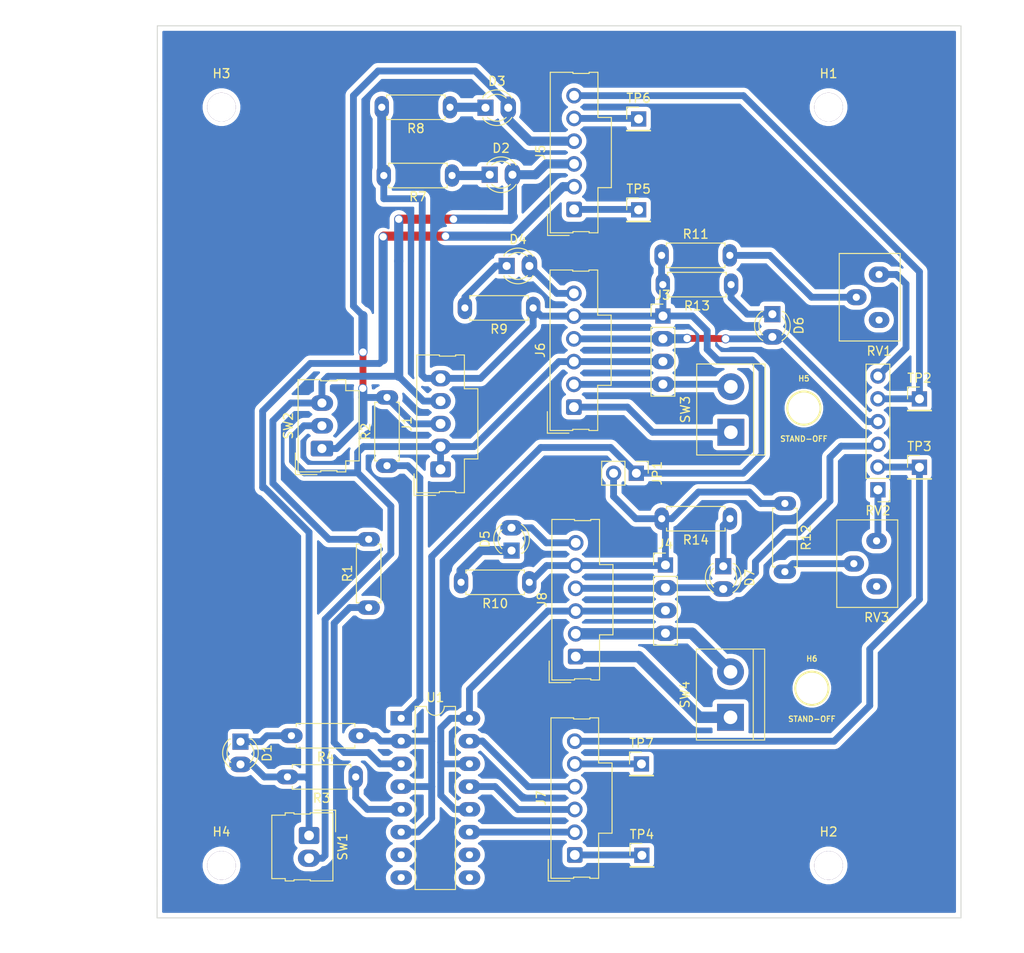
<source format=kicad_pcb>
(kicad_pcb (version 20171130) (host pcbnew 5.1.7-a382d34a8~88~ubuntu18.04.1)
  (layers (0 F.Cu signal) (31 B.Cu signal) (35 F.Paste user) (37 F.SilkS user) (38 B.Mask user) (39 F.Mask user) (44 Edge.Cuts user))
  (net 0 "")
  (net 1 "Net-(D1-Pad1)")
  (net 2 "Net-(D2-Pad1)")
  (net 3 "Net-(D3-Pad1)")
  (net 4 "Net-(D4-Pad1)")
  (net 5 /Meter-A)
  (net 6 /Meter-B)
  (net 7 "Net-(D5-Pad1)")
  (net 8 +5VA)
  (net 9 "Net-(D6-Pad1)")
  (net 10 +5VB)
  (net 11 "Net-(D7-Pad1)")
  (net 12 +12VA)
  (net 13 GNDA)
  (net 14 +48VA)
  (net 15 +48VB)
  (net 16 +12VB)
  (net 17 GNDB)
  (net 18 /Throttle-A)
  (net 19 /Brake_AN-A)
  (net 20 /FWD-A)
  (net 21 /REV-A)
  (net 22 /Brake-A)
  (net 23 /Foot_SW-A)
  (net 24 /PWR-A)
  (net 25 /Foot_SW-B)
  (net 26 /Brake-B)
  (net 27 /REV-B)
  (net 28 /FWD-B)
  (net 29 /Brake_AN-B)
  (net 30 /Throttle-B)
  (net 31 /PWR-B)
  (net 32 "Net-(R1-Pad1)")
  (net 33 "Net-(R2-Pad1)")
  (net 34 "Net-(R3-Pad1)")
  (net 35 "Net-(R11-Pad2)")
  (net 36 "Net-(R12-Pad2)")
  (net 37 "Net-(RV1-Pad1)")
  (net 38 "Net-(RV2-Pad1)")
  (module Package_DIP:DIP-16_W7.62mm_LongPads (layer F.Cu) (at 179.578 134.2771)
    (fp_text reference U1 (at 3.81 -2.33) (layer F.SilkS))
    (fp_text value LTV-247)
    (pad 16 thru_hole oval (at 7.62 0) (size 2.4 1.6) (drill 0.8) (layers *.Cu *.Mask) (net 16 +12VB))
    (pad 8 thru_hole oval (at 0 17.78) (size 2.4 1.6) (drill 0.8) (layers *.Cu *.Mask))
    (pad 15 thru_hole oval (at 7.62 2.54) (size 2.4 1.6) (drill 0.8) (layers *.Cu *.Mask) (net 28 /FWD-B))
    (pad 7 thru_hole oval (at 0 15.24) (size 2.4 1.6) (drill 0.8) (layers *.Cu *.Mask))
    (pad 14 thru_hole oval (at 7.62 5.08) (size 2.4 1.6) (drill 0.8) (layers *.Cu *.Mask) (net 16 +12VB))
    (pad 6 thru_hole oval (at 0 12.7) (size 2.4 1.6) (drill 0.8) (layers *.Cu *.Mask) (net 13 GNDA))
    (pad 13 thru_hole oval (at 7.62 7.62) (size 2.4 1.6) (drill 0.8) (layers *.Cu *.Mask) (net 27 /REV-B))
    (pad 5 thru_hole oval (at 0 10.16) (size 2.4 1.6) (drill 0.8) (layers *.Cu *.Mask) (net 34 "Net-(R3-Pad1)"))
    (pad 12 thru_hole oval (at 7.62 10.16) (size 2.4 1.6) (drill 0.8) (layers *.Cu *.Mask) (net 16 +12VB))
    (pad 4 thru_hole oval (at 0 7.62) (size 2.4 1.6) (drill 0.8) (layers *.Cu *.Mask) (net 13 GNDA))
    (pad 11 thru_hole oval (at 7.62 12.7) (size 2.4 1.6) (drill 0.8) (layers *.Cu *.Mask) (net 26 /Brake-B))
    (pad 3 thru_hole oval (at 0 5.08) (size 2.4 1.6) (drill 0.8) (layers *.Cu *.Mask) (net 32 "Net-(R1-Pad1)"))
    (pad 10 thru_hole oval (at 7.62 15.24) (size 2.4 1.6) (drill 0.8) (layers *.Cu *.Mask))
    (pad 2 thru_hole oval (at 0 2.54) (size 2.4 1.6) (drill 0.8) (layers *.Cu *.Mask) (net 13 GNDA))
    (pad 9 thru_hole oval (at 7.62 17.78) (size 2.4 1.6) (drill 0.8) (layers *.Cu *.Mask))
    (pad 1 thru_hole rect (at 0 0) (size 2.4 1.6) (drill 0.8) (layers *.Cu *.Mask) (net 33 "Net-(R2-Pad1)"))
  )
  (module Connector_PinHeader_2.54mm:PinHeader_1x06_P2.54mm_Vertical (layer F.Cu) (at 232.8037 108.7628 180)
    (fp_text reference RV2 (at 0 -2.33) (layer F.SilkS))
    (fp_text value "throttle(10k)")
    (pad 6 thru_hole oval (at 0 12.7 180) (size 1.7 1.7) (drill 1) (layers *.Cu *.Mask) (net 37 "Net-(RV1-Pad1)"))
    (pad 5 thru_hole oval (at 0 10.16 180) (size 1.7 1.7) (drill 1) (layers *.Cu *.Mask) (net 18 /Throttle-A))
    (pad 4 thru_hole oval (at 0 7.62 180) (size 1.7 1.7) (drill 1) (layers *.Cu *.Mask) (net 8 +5VA))
    (pad 3 thru_hole oval (at 0 5.08 180) (size 1.7 1.7) (drill 1) (layers *.Cu *.Mask) (net 10 +5VB))
    (pad 2 thru_hole oval (at 0 2.54 180) (size 1.7 1.7) (drill 1) (layers *.Cu *.Mask) (net 30 /Throttle-B))
    (pad 1 thru_hole rect (at 0 0 180) (size 1.7 1.7) (drill 1) (layers *.Cu *.Mask) (net 38 "Net-(RV2-Pad1)"))
  )
  (module myfootprints:R_Axial_DIN0207_L6.3mm_D2.5mm_P7.62mm_Horizontal_wide_pads (layer F.Cu) (at 175.9458 121.9073 90)
    (fp_text reference R1 (at 3.81 -2.37 90) (layer F.SilkS))
    (fp_text value 1k)
    (pad 1 thru_hole oval (at 0 0 90) (size 1.6 2.4892) (drill 0.8) (layers *.Cu *.Mask) (net 32 "Net-(R1-Pad1)"))
    (pad 2 thru_hole oval (at 7.62 0 90) (size 1.6 2.4892) (drill 0.8) (layers *.Cu *.Mask) (net 21 /REV-A))
  )
  (module Connector_PinHeader_2.54mm:PinHeader_1x02_P2.54mm_Vertical (layer F.Cu) (at 205.8289 106.9086 270)
    (fp_text reference JP1 (at 0 -2.33 90) (layer F.SilkS))
    (fp_text value Jumper_2_Open)
    (pad 2 thru_hole oval (at 0 2.54 270) (size 1.7 1.7) (drill 1) (layers *.Cu *.Mask) (net 17 GNDB))
    (pad 1 thru_hole rect (at 0 0 270) (size 1.7 1.7) (drill 1) (layers *.Cu *.Mask) (net 13 GNDA))
  )
  (module Connector_Molex:Molex_SL_171971-0006_1x06_P2.54mm_Vertical (layer F.Cu) (at 199.0598 127.381 90)
    (fp_text reference J8 (at 6.35 -3.75 90) (layer F.SilkS))
    (fp_text value Conn_01x06_Female)
    (pad 6 thru_hole circle (at 12.7 0 90) (size 1.74 1.74) (drill 1.09) (layers *.Cu *.Mask) (net 6 /Meter-B))
    (pad 5 thru_hole circle (at 10.16 0 90) (size 1.74 1.74) (drill 1.09) (layers *.Cu *.Mask) (net 17 GNDB))
    (pad 4 thru_hole circle (at 7.62 0 90) (size 1.74 1.74) (drill 1.09) (layers *.Cu *.Mask) (net 10 +5VB))
    (pad 3 thru_hole circle (at 5.08 0 90) (size 1.74 1.74) (drill 1.09) (layers *.Cu *.Mask) (net 16 +12VB))
    (pad 2 thru_hole circle (at 2.54 0 90) (size 1.74 1.74) (drill 1.09) (layers *.Cu *.Mask) (net 15 +48VB))
    (pad 1 thru_hole roundrect (at 0 0 90) (size 1.74 1.74) (drill 1.09) (layers *.Cu *.Mask) (roundrect_rratio 0.143678) (net 31 /PWR-B))
  )
  (module Connector_Molex:Molex_SL_171971-0006_1x06_P2.54mm_Vertical (layer F.Cu) (at 198.9582 149.5298 90)
    (fp_text reference J7 (at 6.35 -3.75 90) (layer F.SilkS))
    (fp_text value Conn_01x06_Female)
    (pad 6 thru_hole circle (at 12.7 0 90) (size 1.74 1.74) (drill 1.09) (layers *.Cu *.Mask) (net 30 /Throttle-B))
    (pad 5 thru_hole circle (at 10.16 0 90) (size 1.74 1.74) (drill 1.09) (layers *.Cu *.Mask) (net 29 /Brake_AN-B))
    (pad 4 thru_hole circle (at 7.62 0 90) (size 1.74 1.74) (drill 1.09) (layers *.Cu *.Mask) (net 28 /FWD-B))
    (pad 3 thru_hole circle (at 5.08 0 90) (size 1.74 1.74) (drill 1.09) (layers *.Cu *.Mask) (net 27 /REV-B))
    (pad 2 thru_hole circle (at 2.54 0 90) (size 1.74 1.74) (drill 1.09) (layers *.Cu *.Mask) (net 26 /Brake-B))
    (pad 1 thru_hole roundrect (at 0 0 90) (size 1.74 1.74) (drill 1.09) (layers *.Cu *.Mask) (roundrect_rratio 0.143678) (net 25 /Foot_SW-B))
  )
  (module Connector_Molex:Molex_SL_171971-0006_1x06_P2.54mm_Vertical (layer F.Cu) (at 198.8566 99.5299 90)
    (fp_text reference J6 (at 6.35 -3.75 90) (layer F.SilkS))
    (fp_text value Conn_01x06_Female)
    (pad 6 thru_hole circle (at 12.7 0 90) (size 1.74 1.74) (drill 1.09) (layers *.Cu *.Mask) (net 5 /Meter-A))
    (pad 5 thru_hole circle (at 10.16 0 90) (size 1.74 1.74) (drill 1.09) (layers *.Cu *.Mask) (net 13 GNDA))
    (pad 4 thru_hole circle (at 7.62 0 90) (size 1.74 1.74) (drill 1.09) (layers *.Cu *.Mask) (net 8 +5VA))
    (pad 3 thru_hole circle (at 5.08 0 90) (size 1.74 1.74) (drill 1.09) (layers *.Cu *.Mask) (net 12 +12VA))
    (pad 2 thru_hole circle (at 2.54 0 90) (size 1.74 1.74) (drill 1.09) (layers *.Cu *.Mask) (net 14 +48VA))
    (pad 1 thru_hole roundrect (at 0 0 90) (size 1.74 1.74) (drill 1.09) (layers *.Cu *.Mask) (roundrect_rratio 0.143678) (net 24 /PWR-A))
  )
  (module Connector_Molex:Molex_SL_171971-0006_1x06_P2.54mm_Vertical (layer F.Cu) (at 198.882 77.4573 90)
    (fp_text reference J5 (at 6.35 -3.75 90) (layer F.SilkS))
    (fp_text value Conn_01x06_Female)
    (pad 6 thru_hole circle (at 12.7 0 90) (size 1.74 1.74) (drill 1.09) (layers *.Cu *.Mask) (net 18 /Throttle-A))
    (pad 5 thru_hole circle (at 10.16 0 90) (size 1.74 1.74) (drill 1.09) (layers *.Cu *.Mask) (net 19 /Brake_AN-A))
    (pad 4 thru_hole circle (at 7.62 0 90) (size 1.74 1.74) (drill 1.09) (layers *.Cu *.Mask) (net 20 /FWD-A))
    (pad 3 thru_hole circle (at 5.08 0 90) (size 1.74 1.74) (drill 1.09) (layers *.Cu *.Mask) (net 21 /REV-A))
    (pad 2 thru_hole circle (at 2.54 0 90) (size 1.74 1.74) (drill 1.09) (layers *.Cu *.Mask) (net 22 /Brake-A))
    (pad 1 thru_hole roundrect (at 0 0 90) (size 1.74 1.74) (drill 1.09) (layers *.Cu *.Mask) (roundrect_rratio 0.143678) (net 23 /Foot_SW-A))
  )
  (module Hardware:STAND-OFF (layer F.Cu) (at 225.425 130.9243)
    (fp_text reference H6 (at 0 -3.302) (layer F.SilkS) (effects (font (size 0.6096 0.6096) (thickness 0.127))))
    (fp_text value STAND-OFF (at 0 3.429) (layer F.SilkS) (effects (font (size 0.6096 0.6096) (thickness 0.127))))
    (pad "" np_thru_hole circle (at 0 0) (size 3.302 3.302) (drill 3.302) (layers *.Cu *.Mask))
  )
  (module Hardware:STAND-OFF (layer F.Cu) (at 224.536 99.6442)
    (fp_text reference H5 (at 0 -3.302) (layer F.SilkS) (effects (font (size 0.6096 0.6096) (thickness 0.127))))
    (fp_text value STAND-OFF (at 0 3.429) (layer F.SilkS) (effects (font (size 0.6096 0.6096) (thickness 0.127))))
    (pad "" np_thru_hole circle (at 0 0) (size 3.302 3.302) (drill 3.302) (layers *.Cu *.Mask))
  )
  (module myfootprints:Molex_SL_171971-0003_1x03_P2.54mm_Vertical_wide_pads (layer F.Cu) (at 170.7261 104.1527 90)
    (fp_text reference SW2 (at 2.54 -3.75 270) (layer F.SilkS))
    (fp_text value FNR)
    (pad 1 thru_hole roundrect (at 0 0 90) (size 1.74 2.4892) (drill 1.016) (layers *.Cu *.Mask) (roundrect_rratio 0.144) (net 20 /FWD-A))
    (pad 2 thru_hole oval (at 2.54 0 90) (size 1.74 2.4892) (drill 1.016) (layers *.Cu *.Mask) (net 12 +12VA))
    (pad 3 thru_hole oval (at 5.08 0 90) (size 1.74 2.4892) (drill 1.016) (layers *.Cu *.Mask) (net 21 /REV-A))
  )
  (module myfootprints:trimpot_breadboard_spacing (layer F.Cu) (at 232.6513 114.4651 180)
    (fp_text reference RV3 (at -0.015 -8.555) (layer F.SilkS))
    (fp_text value "trim(1k)")
    (pad 3 thru_hole oval (at 0 -5.08 180) (size 2.286 1.778) (drill 0.8) (layers *.Cu *.Mask))
    (pad 2 thru_hole oval (at 2.54 -2.54 180) (size 2.286 1.778) (drill 0.8) (layers *.Cu *.Mask) (net 36 "Net-(R12-Pad2)"))
    (pad 1 thru_hole oval (at 0 0 180) (size 2.286 1.778) (drill 0.8) (layers *.Cu *.Mask) (net 38 "Net-(RV2-Pad1)"))
  )
  (module myfootprints:trimpot_breadboard_spacing (layer F.Cu) (at 232.9307 84.7217 180)
    (fp_text reference RV1 (at -0.015 -8.555 180) (layer F.SilkS))
    (fp_text value "trim(1k)")
    (pad 1 thru_hole oval (at 0 0 180) (size 2.286 1.778) (drill 0.8) (layers *.Cu *.Mask) (net 37 "Net-(RV1-Pad1)"))
    (pad 2 thru_hole oval (at 2.54 -2.54 180) (size 2.286 1.778) (drill 0.8) (layers *.Cu *.Mask) (net 35 "Net-(R11-Pad2)"))
    (pad 3 thru_hole oval (at 0 -5.08 180) (size 2.286 1.778) (drill 0.8) (layers *.Cu *.Mask))
  )
  (module myfootprints:LED_D3.0mm_wide_pads (layer F.Cu) (at 161.6329 136.8806 270)
    (fp_text reference D1 (at 1.27 -2.96 90) (layer F.SilkS))
    (fp_text value yellow)
    (pad 2 thru_hole oval (at 2.54 0 270) (size 1.7272 2.4892) (drill 0.9) (layers *.Cu *.Mask) (net 22 /Brake-A))
    (pad 1 thru_hole rect (at 0 0 270) (size 1.8 1.8) (drill 0.9) (layers *.Cu *.Mask) (net 1 "Net-(D1-Pad1)"))
  )
  (module myfootprints:LED_D3.0mm_wide_pads (layer F.Cu) (at 189.4586 73.5838)
    (fp_text reference D2 (at 1.27 -2.96) (layer F.SilkS))
    (fp_text value green)
    (pad 1 thru_hole rect (at 0 0) (size 1.8 1.8) (drill 0.9) (layers *.Cu *.Mask) (net 2 "Net-(D2-Pad1)"))
    (pad 2 thru_hole oval (at 2.54 0) (size 1.7272 2.4892) (drill 0.9) (layers *.Cu *.Mask) (net 21 /REV-A))
  )
  (module myfootprints:LED_D3.0mm_wide_pads (layer F.Cu) (at 188.9887 66.1035)
    (fp_text reference D3 (at 1.27 -2.96) (layer F.SilkS))
    (fp_text value green)
    (pad 1 thru_hole rect (at 0 0) (size 1.8 1.8) (drill 0.9) (layers *.Cu *.Mask) (net 3 "Net-(D3-Pad1)"))
    (pad 2 thru_hole oval (at 2.54 0) (size 1.7272 2.4892) (drill 0.9) (layers *.Cu *.Mask) (net 20 /FWD-A))
  )
  (module myfootprints:LED_D3.0mm_wide_pads (layer F.Cu) (at 191.3509 83.7692)
    (fp_text reference D4 (at 1.27 -2.96) (layer F.SilkS))
    (fp_text value yellow)
    (pad 1 thru_hole rect (at 0 0) (size 1.8 1.8) (drill 0.9) (layers *.Cu *.Mask) (net 4 "Net-(D4-Pad1)"))
    (pad 2 thru_hole oval (at 2.54 0) (size 1.7272 2.4892) (drill 0.9) (layers *.Cu *.Mask) (net 5 /Meter-A))
  )
  (module myfootprints:LED_D3.0mm_wide_pads (layer F.Cu) (at 191.897 115.5446 90)
    (fp_text reference D5 (at 1.27 -2.96 90) (layer F.SilkS))
    (fp_text value yellow)
    (pad 2 thru_hole oval (at 2.54 0 90) (size 1.7272 2.4892) (drill 0.9) (layers *.Cu *.Mask) (net 6 /Meter-B))
    (pad 1 thru_hole rect (at 0 0 90) (size 1.8 1.8) (drill 0.9) (layers *.Cu *.Mask) (net 7 "Net-(D5-Pad1)"))
  )
  (module myfootprints:LED_D3.0mm_wide_pads (layer F.Cu) (at 221.0181 89.154 270)
    (fp_text reference D6 (at 1.27 -2.96 90) (layer F.SilkS))
    (fp_text value RED)
    (pad 2 thru_hole oval (at 2.54 0 270) (size 1.7272 2.4892) (drill 0.9) (layers *.Cu *.Mask) (net 8 +5VA))
    (pad 1 thru_hole rect (at 0 0 270) (size 1.8 1.8) (drill 0.9) (layers *.Cu *.Mask) (net 9 "Net-(D6-Pad1)"))
  )
  (module myfootprints:LED_D3.0mm_wide_pads (layer F.Cu) (at 215.5317 117.2972 270)
    (fp_text reference D7 (at 1.27 -2.96 90) (layer F.SilkS))
    (fp_text value RED)
    (pad 2 thru_hole oval (at 2.54 0 270) (size 1.7272 2.4892) (drill 0.9) (layers *.Cu *.Mask) (net 10 +5VB))
    (pad 1 thru_hole rect (at 0 0 270) (size 1.8 1.8) (drill 0.9) (layers *.Cu *.Mask) (net 11 "Net-(D7-Pad1)"))
  )
  (module myfootprints:MountingHole_3.2mm_M3_through_hole (layer F.Cu) (at 227.2919 66.04)
    (fp_text reference H1 (at 0 -3.75) (layer F.SilkS))
    (fp_text value MountingHole hide)
    (pad 1 thru_hole circle (at 0 0) (size 3.200001 3.200001) (drill 3.200001) (layers *.Cu *.Mask))
  )
  (module myfootprints:MountingHole_3.2mm_M3_through_hole (layer F.Cu) (at 227.2919 150.6982)
    (fp_text reference H2 (at 0 -3.75) (layer F.SilkS))
    (fp_text value MountingHole hide)
    (pad 1 thru_hole circle (at 0 0) (size 3.200001 3.200001) (drill 3.200001) (layers *.Cu *.Mask))
  )
  (module myfootprints:MountingHole_3.2mm_M3_through_hole (layer F.Cu) (at 159.512 66.04)
    (fp_text reference H3 (at 0 -3.75) (layer F.SilkS))
    (fp_text value MountingHole hide)
    (pad 1 thru_hole circle (at 0 0) (size 3.200001 3.200001) (drill 3.200001) (layers *.Cu *.Mask))
  )
  (module myfootprints:MountingHole_3.2mm_M3_through_hole (layer F.Cu) (at 159.512 150.6982)
    (fp_text reference H4 (at 0 -3.75) (layer F.SilkS))
    (fp_text value MountingHole hide)
    (pad 1 thru_hole circle (at 0 0) (size 3.200001 3.200001) (drill 3.200001) (layers *.Cu *.Mask))
  )
  (module Connector_Molex:Molex_SL_171971-0005_1x05_P2.54mm_Vertical (layer F.Cu) (at 183.9722 106.4768 90)
    (fp_text reference J1 (at 5.08 -3.75 90) (layer F.SilkS))
    (fp_text value "FNR switch")
    (pad 1 thru_hole roundrect (at 0 0 90) (size 1.778 2.286) (drill 1.09) (layers *.Cu *.Mask) (roundrect_rratio 0.144) (net 12 +12VA))
    (pad 2 thru_hole oval (at 2.54 0 90) (size 1.778 2.286) (drill 1.09) (layers *.Cu *.Mask) (net 12 +12VA))
    (pad 3 thru_hole oval (at 5.08 0 90) (size 1.778 2.286) (drill 1.09) (layers *.Cu *.Mask) (net 20 /FWD-A))
    (pad 4 thru_hole oval (at 7.62 0 90) (size 1.778 2.286) (drill 1.09) (layers *.Cu *.Mask) (net 21 /REV-A))
    (pad 5 thru_hole oval (at 10.16 0 90) (size 1.778 2.286) (drill 1.09) (layers *.Cu *.Mask) (net 13 GNDA))
  )
  (module myfootprints:PinHeader_1x04_P2.54mm_Vertical_wide_pads (layer F.Cu) (at 208.8007 89.3572)
    (fp_text reference J3 (at 0 -2.33) (layer F.SilkS))
    (fp_text value A_5_12_48)
    (pad 1 thru_hole rect (at 0 0) (size 1.7 1.7) (drill 1) (layers *.Cu *.Mask) (net 13 GNDA))
    (pad 2 thru_hole oval (at 0 2.54) (size 2.4892 1.7272) (drill oval 1) (layers *.Cu *.Mask) (net 8 +5VA))
    (pad 3 thru_hole oval (at 0 5.08) (size 2.4892 1.7272) (drill oval 1) (layers *.Cu *.Mask) (net 12 +12VA))
    (pad 4 thru_hole oval (at 0 7.62) (size 2.4892 1.7272) (drill oval 1) (layers *.Cu *.Mask) (net 14 +48VA))
  )
  (module myfootprints:PinHeader_1x04_P2.54mm_Vertical_wide_pads (layer F.Cu) (at 209.0801 117.1575)
    (fp_text reference J4 (at 0 -2.33) (layer F.SilkS))
    (fp_text value B_5_12_48)
    (pad 4 thru_hole oval (at 0 7.62) (size 2.4892 1.7272) (drill oval 1) (layers *.Cu *.Mask) (net 15 +48VB))
    (pad 3 thru_hole oval (at 0 5.08) (size 2.4892 1.7272) (drill oval 1) (layers *.Cu *.Mask) (net 16 +12VB))
    (pad 2 thru_hole oval (at 0 2.54) (size 2.4892 1.7272) (drill oval 1) (layers *.Cu *.Mask) (net 10 +5VB))
    (pad 1 thru_hole rect (at 0 0) (size 1.7 1.7) (drill 1) (layers *.Cu *.Mask) (net 17 GNDB))
  )
  (module myfootprints:R_Axial_DIN0207_L6.3mm_D2.5mm_P7.62mm_Horizontal_wide_pads (layer F.Cu) (at 177.9905 106.0704 90)
    (fp_text reference R2 (at 3.81 -2.37 90) (layer F.SilkS))
    (fp_text value 1k)
    (pad 1 thru_hole oval (at 0 0 90) (size 1.6 2.4892) (drill 0.8) (layers *.Cu *.Mask) (net 33 "Net-(R2-Pad1)"))
    (pad 2 thru_hole oval (at 7.62 0 90) (size 1.6 2.4892) (drill 0.8) (layers *.Cu *.Mask) (net 20 /FWD-A))
  )
  (module myfootprints:R_Axial_DIN0207_L6.3mm_D2.5mm_P7.62mm_Horizontal_wide_pads (layer F.Cu) (at 174.498 140.8176 180)
    (fp_text reference R3 (at 3.81 -2.37) (layer F.SilkS))
    (fp_text value 1k)
    (pad 2 thru_hole oval (at 7.62 0 180) (size 2.4892 1.651) (drill 0.8) (layers *.Cu *.Mask) (net 22 /Brake-A))
    (pad 1 thru_hole oval (at 0 0 180) (size 1.6 2.4892) (drill 0.8) (layers *.Cu *.Mask) (net 34 "Net-(R3-Pad1)"))
  )
  (module myfootprints:R_Axial_DIN0207_L6.3mm_D2.5mm_P7.62mm_Horizontal_wide_pads (layer F.Cu) (at 174.9425 136.2202 180)
    (fp_text reference R4 (at 3.81 -2.37) (layer F.SilkS))
    (fp_text value 2.2k)
    (pad 2 thru_hole oval (at 7.62 0 180) (size 2.4892 1.651) (drill 0.8) (layers *.Cu *.Mask) (net 1 "Net-(D1-Pad1)"))
    (pad 1 thru_hole oval (at 0 0 180) (size 2.4892 1.651) (drill 0.8) (layers *.Cu *.Mask) (net 13 GNDA))
  )
  (module myfootprints:R_Axial_DIN0207_L6.3mm_D2.5mm_P7.62mm_Horizontal_wide_pads (layer F.Cu) (at 185.2549 73.6727 180)
    (fp_text reference R7 (at 3.81 -2.37) (layer F.SilkS))
    (fp_text value 2.2k)
    (pad 1 thru_hole oval (at 0 0 180) (size 1.6 2.4892) (drill 0.8) (layers *.Cu *.Mask) (net 2 "Net-(D2-Pad1)"))
    (pad 2 thru_hole oval (at 7.62 0 180) (size 1.6 2.4892) (drill 0.8) (layers *.Cu *.Mask) (net 13 GNDA))
  )
  (module myfootprints:R_Axial_DIN0207_L6.3mm_D2.5mm_P7.62mm_Horizontal_wide_pads (layer F.Cu) (at 185.0263 66.0527 180)
    (fp_text reference R8 (at 3.81 -2.37) (layer F.SilkS))
    (fp_text value 2.2k)
    (pad 2 thru_hole oval (at 7.62 0 180) (size 1.6 2.4892) (drill 0.8) (layers *.Cu *.Mask) (net 13 GNDA))
    (pad 1 thru_hole oval (at 0 0 180) (size 1.6 2.4892) (drill 0.8) (layers *.Cu *.Mask) (net 3 "Net-(D3-Pad1)"))
  )
  (module myfootprints:R_Axial_DIN0207_L6.3mm_D2.5mm_P7.62mm_Horizontal_wide_pads (layer F.Cu) (at 194.31 88.4555 180)
    (fp_text reference R9 (at 3.81 -2.37) (layer F.SilkS))
    (fp_text value 1k)
    (pad 1 thru_hole oval (at 0 0 180) (size 1.6 2.4892) (drill 0.8) (layers *.Cu *.Mask) (net 13 GNDA))
    (pad 2 thru_hole oval (at 7.62 0 180) (size 1.6 2.4892) (drill 0.8) (layers *.Cu *.Mask) (net 4 "Net-(D4-Pad1)"))
  )
  (module myfootprints:R_Axial_DIN0207_L6.3mm_D2.5mm_P7.62mm_Horizontal_wide_pads (layer F.Cu) (at 193.8782 119.0879 180)
    (fp_text reference R10 (at 3.81 -2.37) (layer F.SilkS))
    (fp_text value 1k)
    (pad 2 thru_hole oval (at 7.62 0 180) (size 1.6 2.4892) (drill 0.8) (layers *.Cu *.Mask) (net 7 "Net-(D5-Pad1)"))
    (pad 1 thru_hole oval (at 0 0 180) (size 1.6 2.4892) (drill 0.8) (layers *.Cu *.Mask) (net 17 GNDB))
  )
  (module myfootprints:R_Axial_DIN0207_L6.3mm_D2.5mm_P7.62mm_Horizontal_wide_pads (layer F.Cu) (at 208.6483 82.5881)
    (fp_text reference R11 (at 3.81 -2.37) (layer F.SilkS))
    (fp_text value 1k)
    (pad 2 thru_hole oval (at 7.62 0) (size 1.6 2.4892) (drill 0.8) (layers *.Cu *.Mask) (net 35 "Net-(R11-Pad2)"))
    (pad 1 thru_hole oval (at 0 0) (size 1.6 2.4892) (drill 0.8) (layers *.Cu *.Mask) (net 13 GNDA))
  )
  (module myfootprints:R_Axial_DIN0207_L6.3mm_D2.5mm_P7.62mm_Horizontal_wide_pads (layer F.Cu) (at 222.4151 110.2868 270)
    (fp_text reference R12 (at 3.81 -2.37 90) (layer F.SilkS))
    (fp_text value 1k)
    (pad 2 thru_hole oval (at 7.62 0 270) (size 1.6 2.4892) (drill 0.8) (layers *.Cu *.Mask) (net 36 "Net-(R12-Pad2)"))
    (pad 1 thru_hole oval (at 0 0 270) (size 1.6 2.4892) (drill 0.8) (layers *.Cu *.Mask) (net 17 GNDB))
  )
  (module myfootprints:R_Axial_DIN0207_L6.3mm_D2.5mm_P7.62mm_Horizontal_wide_pads (layer F.Cu) (at 216.408 85.852 180)
    (fp_text reference R13 (at 3.81 -2.37) (layer F.SilkS))
    (fp_text value 1k)
    (pad 1 thru_hole oval (at 0 0 180) (size 1.6 2.4892) (drill 0.8) (layers *.Cu *.Mask) (net 9 "Net-(D6-Pad1)"))
    (pad 2 thru_hole oval (at 7.62 0 180) (size 1.6 2.4892) (drill 0.8) (layers *.Cu *.Mask) (net 13 GNDA))
  )
  (module myfootprints:R_Axial_DIN0207_L6.3mm_D2.5mm_P7.62mm_Horizontal_wide_pads (layer F.Cu) (at 216.281 111.9886 180)
    (fp_text reference R14 (at 3.81 -2.37) (layer F.SilkS))
    (fp_text value 1k)
    (pad 2 thru_hole oval (at 7.62 0 180) (size 1.6 2.4892) (drill 0.8) (layers *.Cu *.Mask) (net 17 GNDB))
    (pad 1 thru_hole oval (at 0 0 180) (size 1.6 2.4892) (drill 0.8) (layers *.Cu *.Mask) (net 11 "Net-(D7-Pad1)"))
  )
  (module Connector_Molex:Molex_SL_171971-0002_1x02_P2.54mm_Vertical (layer F.Cu) (at 169.291 147.3581 270)
    (fp_text reference SW1 (at 1.27 -3.75 90) (layer F.SilkS))
    (fp_text value Brake_SW)
    (pad 2 thru_hole oval (at 2.54 0 270) (size 1.905 2.4892) (drill 1.09) (layers *.Cu *.Mask) (net 12 +12VA))
    (pad 1 thru_hole roundrect (at 0 0 270) (size 1.905 2.286) (drill 1.09) (layers *.Cu *.Mask) (roundrect_rratio 0.144) (net 22 /Brake-A))
  )
  (module TerminalBlock:TerminalBlock_bornier-2_P5.08mm (layer F.Cu) (at 216.3826 102.3366 90)
    (fp_text reference SW3 (at 2.54 -5.08 90) (layer F.SilkS))
    (fp_text value "Power Switch")
    (pad 2 thru_hole circle (at 5.08 0 90) (size 3 3) (drill 1.52) (layers *.Cu *.Mask) (net 14 +48VA))
    (pad 1 thru_hole rect (at 0 0 90) (size 3 3) (drill 1.52) (layers *.Cu *.Mask) (net 24 /PWR-A))
  )
  (module TerminalBlock:TerminalBlock_bornier-2_P5.08mm (layer F.Cu) (at 216.3445 134.1628 90)
    (fp_text reference SW4 (at 2.54 -5.08 90) (layer F.SilkS))
    (fp_text value "Power Switch")
    (pad 1 thru_hole rect (at 0 0 90) (size 3 3) (drill 1.52) (layers *.Cu *.Mask) (net 31 /PWR-B))
    (pad 2 thru_hole circle (at 5.08 0 90) (size 3 3) (drill 1.52) (layers *.Cu *.Mask) (net 15 +48VB))
  )
  (module Connector_PinHeader_2.54mm:PinHeader_1x01_P2.54mm_Vertical (layer F.Cu) (at 237.4392 98.6155)
    (fp_text reference TP2 (at 0 -2.33) (layer F.SilkS))
    (fp_text value T_A)
    (pad 1 thru_hole rect (at 0 0) (size 1.7 1.7) (drill 1) (layers *.Cu *.Mask) (net 18 /Throttle-A))
  )
  (module Connector_PinHeader_2.54mm:PinHeader_1x01_P2.54mm_Vertical (layer F.Cu) (at 237.4392 106.2482)
    (fp_text reference TP3 (at 0 -2.33) (layer F.SilkS))
    (fp_text value T_B)
    (pad 1 thru_hole rect (at 0 0) (size 1.7 1.7) (drill 1) (layers *.Cu *.Mask) (net 30 /Throttle-B))
  )
  (module Connector_PinHeader_2.54mm:PinHeader_1x01_P2.54mm_Vertical (layer F.Cu) (at 206.4512 149.5679)
    (fp_text reference TP4 (at 0 -2.33) (layer F.SilkS))
    (fp_text value ftsw)
    (pad 1 thru_hole rect (at 0 0) (size 1.7 1.7) (drill 1) (layers *.Cu *.Mask) (net 25 /Foot_SW-B))
  )
  (module Connector_PinHeader_2.54mm:PinHeader_1x01_P2.54mm_Vertical (layer F.Cu) (at 206.0829 77.5081)
    (fp_text reference TP5 (at 0 -2.33) (layer F.SilkS))
    (fp_text value ftsw)
    (pad 1 thru_hole rect (at 0 0) (size 1.7 1.7) (drill 1) (layers *.Cu *.Mask) (net 23 /Foot_SW-A))
  )
  (module Connector_PinHeader_2.54mm:PinHeader_1x01_P2.54mm_Vertical (layer F.Cu) (at 206.0829 67.3608)
    (fp_text reference TP6 (at 0 -2.33) (layer F.SilkS))
    (fp_text value anbrk)
    (pad 1 thru_hole rect (at 0 0) (size 1.7 1.7) (drill 1) (layers *.Cu *.Mask) (net 19 /Brake_AN-A))
  )
  (module Connector_PinHeader_2.54mm:PinHeader_1x01_P2.54mm_Vertical (layer F.Cu) (at 206.4004 139.3698)
    (fp_text reference TP7 (at 0 -2.33) (layer F.SilkS))
    (fp_text value anbrk)
    (pad 1 thru_hole rect (at 0 0) (size 1.7 1.7) (drill 1) (layers *.Cu *.Mask) (net 29 /Brake_AN-B))
  )
  (gr_line (start 242.0747 56.9595) (end 242.0747 156.5529) (layer Edge.Cuts) (width 0.1))
  (gr_line (start 152.3492 56.9595) (end 242.0747 56.9595) (layer Edge.Cuts) (width 0.1))
  (gr_line (start 152.3238 156.5529) (end 152.3492 56.9595) (layer Edge.Cuts) (width 0.1))
  (gr_line (start 242.0747 156.5529) (end 152.3238 156.5529) (layer Edge.Cuts) (width 0.1))
  (segment (start 161.6329 136.8806) (end 163.9443 136.8806) (width 0.762) (layer B.Cu) (net 1))
  (segment (start 164.6047 136.2202) (end 167.3225 136.2202) (width 0.762) (layer B.Cu) (net 1))
  (segment (start 163.9443 136.8806) (end 164.6047 136.2202) (width 0.762) (layer B.Cu) (net 1))
  (segment (start 189.3697 73.6727) (end 189.4586 73.5838) (width 1.016) (layer B.Cu) (net 2))
  (segment (start 185.2549 73.6727) (end 189.3697 73.6727) (width 1.016) (layer B.Cu) (net 2))
  (segment (start 188.9379 66.0527) (end 188.9887 66.1035) (width 1.016) (layer B.Cu) (net 3))
  (segment (start 185.0263 66.0527) (end 188.9379 66.0527) (width 1.016) (layer B.Cu) (net 3))
  (segment (start 191.3509 83.7692) (end 191.3509 83.7946) (width 0.762) (layer B.Cu) (net 4))
  (segment (start 186.69 88.4555) (end 186.69 87.249) (width 0.762) (layer B.Cu) (net 4))
  (segment (start 190.1698 83.7692) (end 191.3509 83.7692) (width 0.762) (layer B.Cu) (net 4))
  (segment (start 186.69 87.249) (end 190.1698 83.7692) (width 0.762) (layer B.Cu) (net 4))
  (segment (start 196.9516 86.8299) (end 193.8909 83.7692) (width 0.762) (layer B.Cu) (net 5))
  (segment (start 198.8566 86.8299) (end 196.9516 86.8299) (width 0.762) (layer B.Cu) (net 5))
  (segment (start 191.897 113.0046) (end 194.1068 113.0046) (width 0.762) (layer B.Cu) (net 6))
  (segment (start 195.7832 114.681) (end 199.0598 114.681) (width 0.762) (layer B.Cu) (net 6))
  (segment (start 194.1068 113.0046) (end 195.7832 114.681) (width 0.762) (layer B.Cu) (net 6))
  (segment (start 186.2582 119.0879) (end 186.2582 117.7671) (width 1.016) (layer B.Cu) (net 7))
  (segment (start 188.4807 115.5446) (end 191.897 115.5446) (width 1.016) (layer B.Cu) (net 7))
  (segment (start 186.2582 117.7671) (end 188.4807 115.5446) (width 1.016) (layer B.Cu) (net 7))
  (segment (start 208.788 91.9099) (end 208.8007 91.8972) (width 0.762) (layer B.Cu) (net 8))
  (segment (start 198.8566 91.9099) (end 208.788 91.9099) (width 0.762) (layer B.Cu) (net 8))
  (segment (start 208.8007 91.8972) (end 211.455 91.8972) (width 1.016) (layer B.Cu) (net 8))
  (via (at 211.4931 91.8591) (size 1.016) (drill 0.8128) (layers F.Cu B.Cu) (net 8))
  (segment (start 211.455 91.8972) (end 211.4931 91.8591) (width 0.762) (layer B.Cu) (net 8))
  (segment (start 214.5792 91.8591) (end 211.4931 91.8591) (width 0.762) (layer F.Cu) (net 8))
  (via (at 215.7984 91.9099) (size 1.016) (drill 0.8128) (layers F.Cu B.Cu) (net 8))
  (segment (start 215.7984 91.9099) (end 214.5792 91.8591) (width 0.762) (layer F.Cu) (net 8))
  (segment (start 220.8022 91.9099) (end 221.0181 91.694) (width 0.762) (layer B.Cu) (net 8))
  (segment (start 215.7984 91.9099) (end 220.8022 91.9099) (width 0.762) (layer B.Cu) (net 8))
  (segment (start 222.1738 91.694) (end 221.0181 91.694) (width 0.762) (layer B.Cu) (net 8))
  (segment (start 232.8037 101.1428) (end 231.6226 101.1428) (width 0.762) (layer B.Cu) (net 8))
  (segment (start 231.6226 101.1428) (end 222.1738 91.694) (width 0.762) (layer B.Cu) (net 8))
  (segment (start 216.408 85.852) (end 216.408 87.3506) (width 0.762) (layer B.Cu) (net 9))
  (segment (start 218.2114 89.154) (end 221.0181 89.154) (width 0.762) (layer B.Cu) (net 9))
  (segment (start 216.408 87.3506) (end 218.2114 89.154) (width 0.762) (layer B.Cu) (net 9))
  (segment (start 209.0166 119.761) (end 209.0801 119.6975) (width 0.762) (layer B.Cu) (net 10))
  (segment (start 199.0598 119.761) (end 209.0166 119.761) (width 0.762) (layer B.Cu) (net 10))
  (segment (start 215.392 119.6975) (end 215.5317 119.8372) (width 0.762) (layer B.Cu) (net 10))
  (segment (start 209.0801 119.6975) (end 215.392 119.6975) (width 0.762) (layer B.Cu) (net 10))
  (segment (start 232.6005 103.886) (end 232.8037 103.6828) (width 0.762) (layer B.Cu) (net 10))
  (segment (start 227.4443 105.1433) (end 228.7016 103.886) (width 0.762) (layer B.Cu) (net 10))
  (segment (start 228.7016 103.886) (end 232.6005 103.886) (width 0.762) (layer B.Cu) (net 10))
  (segment (start 227.4443 110.0074) (end 227.4443 105.1433) (width 0.762) (layer B.Cu) (net 10))
  (segment (start 217.3097 119.8372) (end 219.1258 118.0211) (width 0.762) (layer B.Cu) (net 10))
  (segment (start 215.5317 119.8372) (end 217.3097 119.8372) (width 0.762) (layer B.Cu) (net 10))
  (segment (start 219.1258 118.0211) (end 219.1258 116.7892) (width 0.762) (layer B.Cu) (net 10))
  (segment (start 219.1258 116.7892) (end 222.4151 113.4999) (width 0.762) (layer B.Cu) (net 10))
  (segment (start 222.4151 113.4999) (end 223.9518 113.4999) (width 0.762) (layer B.Cu) (net 10))
  (segment (start 223.9518 113.4999) (end 227.4443 110.0074) (width 0.762) (layer B.Cu) (net 10))
  (segment (start 215.5317 112.7379) (end 216.281 111.9886) (width 0.762) (layer B.Cu) (net 11))
  (segment (start 215.5317 117.2972) (end 215.5317 112.7379) (width 0.762) (layer B.Cu) (net 11))
  (segment (start 208.788 94.4499) (end 208.8007 94.4372) (width 0.762) (layer B.Cu) (net 12))
  (segment (start 198.8566 94.4499) (end 208.788 94.4499) (width 0.762) (layer B.Cu) (net 12))
  (segment (start 198.8566 94.4499) (end 198.8312 94.4753) (width 0.762) (layer B.Cu) (net 12))
  (segment (start 183.9722 103.9368) (end 183.9722 106.4768) (width 0.762) (layer B.Cu) (net 12))
  (segment (start 183.9722 103.9368) (end 187.6933 103.9368) (width 0.762) (layer B.Cu) (net 12))
  (segment (start 197.1802 94.4499) (end 198.8566 94.4499) (width 0.762) (layer B.Cu) (net 12))
  (segment (start 187.6933 103.9368) (end 197.1802 94.4499) (width 0.762) (layer B.Cu) (net 12))
  (segment (start 170.7769 149.8981) (end 169.291 149.8981) (width 0.762) (layer B.Cu) (net 12))
  (segment (start 178.4223 115.885746) (end 171.08169 123.226355) (width 0.762) (layer B.Cu) (net 12))
  (segment (start 171.08169 123.226355) (end 171.08169 149.59331) (width 0.762) (layer B.Cu) (net 12))
  (segment (start 171.08169 149.59331) (end 170.7769 149.8981) (width 0.762) (layer B.Cu) (net 12))
  (segment (start 168.7195 101.6127) (end 167.4368 102.8954) (width 0.762) (layer B.Cu) (net 12))
  (segment (start 167.4368 102.8954) (end 167.4368 105.5497) (width 0.762) (layer B.Cu) (net 12))
  (segment (start 168.7576 106.8705) (end 174.71639 106.8705) (width 0.762) (layer B.Cu) (net 12))
  (segment (start 170.7261 101.6127) (end 168.7195 101.6127) (width 0.762) (layer B.Cu) (net 12))
  (segment (start 167.4368 105.5497) (end 168.7576 106.8705) (width 0.762) (layer B.Cu) (net 12))
  (segment (start 178.4223 110.57641) (end 174.71639 106.8705) (width 0.762) (layer B.Cu) (net 12))
  (segment (start 178.4223 115.885746) (end 178.4223 110.57641) (width 0.762) (layer B.Cu) (net 12))
  (segment (start 175.3616 103.9368) (end 183.9722 103.9368) (width 0.762) (layer B.Cu) (net 12))
  (segment (start 174.71639 106.8705) (end 174.71639 104.58201) (width 0.762) (layer B.Cu) (net 12))
  (segment (start 174.71639 104.58201) (end 175.3616 103.9368) (width 0.762) (layer B.Cu) (net 12))
  (segment (start 208.4197 88.9762) (end 208.8007 89.3572) (width 0.762) (layer B.Cu) (net 13))
  (segment (start 208.788 89.3699) (end 208.8007 89.3572) (width 0.762) (layer B.Cu) (net 13))
  (segment (start 198.8566 89.3699) (end 208.788 89.3699) (width 0.762) (layer B.Cu) (net 13))
  (segment (start 194.31 88.4555) (end 194.4116 88.4555) (width 0.762) (layer B.Cu) (net 13))
  (segment (start 195.2244 89.3699) (end 194.31 88.4555) (width 0.762) (layer B.Cu) (net 13))
  (segment (start 198.8566 89.3699) (end 195.2244 89.3699) (width 0.762) (layer B.Cu) (net 13))
  (segment (start 208.8007 85.8647) (end 208.788 85.852) (width 0.762) (layer B.Cu) (net 13))
  (segment (start 208.8007 89.3572) (end 208.8007 85.8647) (width 0.762) (layer B.Cu) (net 13))
  (segment (start 208.6483 85.7123) (end 208.788 85.852) (width 0.762) (layer B.Cu) (net 13))
  (segment (start 208.6483 82.5881) (end 208.6483 85.7123) (width 0.762) (layer B.Cu) (net 13))
  (segment (start 217.7542 106.9086) (end 205.8289 106.9086) (width 0.762) (layer B.Cu) (net 13))
  (segment (start 219.8624 104.8004) (end 217.7542 106.9086) (width 0.762) (layer B.Cu) (net 13))
  (segment (start 219.8624 95.377) (end 219.8624 104.8004) (width 0.762) (layer B.Cu) (net 13))
  (segment (start 212.09 89.3572) (end 213.741 91.0082) (width 0.762) (layer B.Cu) (net 13))
  (segment (start 208.8007 89.3572) (end 212.09 89.3572) (width 0.762) (layer B.Cu) (net 13))
  (segment (start 213.741 93.091) (end 214.9221 94.2721) (width 0.762) (layer B.Cu) (net 13))
  (segment (start 213.741 91.0082) (end 213.741 93.091) (width 0.762) (layer B.Cu) (net 13))
  (segment (start 214.9221 94.2721) (end 218.7575 94.2721) (width 0.762) (layer B.Cu) (net 13))
  (segment (start 218.7575 94.2721) (end 219.8624 95.377) (width 0.762) (layer B.Cu) (net 13))
  (segment (start 202.9587 104.0384) (end 205.8289 106.9086) (width 0.762) (layer B.Cu) (net 13))
  (segment (start 195.1609 104.0384) (end 202.9587 104.0384) (width 0.762) (layer B.Cu) (net 13))
  (segment (start 182.98159 116.21771) (end 195.1609 104.0384) (width 0.762) (layer B.Cu) (net 13))
  (segment (start 179.578 146.9771) (end 181.4322 146.9771) (width 0.762) (layer B.Cu) (net 13))
  (segment (start 181.4322 146.9771) (end 182.98159 145.42771) (width 0.762) (layer B.Cu) (net 13))
  (segment (start 182.98158 141.8971) (end 182.98159 141.89709) (width 0.762) (layer B.Cu) (net 13))
  (segment (start 179.578 141.8971) (end 182.98158 141.8971) (width 0.762) (layer B.Cu) (net 13))
  (segment (start 182.98159 145.42771) (end 182.98159 141.89709) (width 0.762) (layer B.Cu) (net 13))
  (segment (start 182.9562 136.8171) (end 182.98159 136.84249) (width 0.762) (layer B.Cu) (net 13))
  (segment (start 179.578 136.8171) (end 182.9562 136.8171) (width 0.762) (layer B.Cu) (net 13))
  (segment (start 182.98159 141.89709) (end 182.98159 136.84249) (width 0.762) (layer B.Cu) (net 13))
  (segment (start 182.98159 136.84249) (end 182.98159 116.21771) (width 0.762) (layer B.Cu) (net 13))
  (segment (start 174.9425 136.2202) (end 176.6951 136.2202) (width 0.762) (layer B.Cu) (net 13))
  (segment (start 177.292 136.8171) (end 179.578 136.8171) (width 0.762) (layer B.Cu) (net 13))
  (segment (start 176.6951 136.2202) (end 177.292 136.8171) (width 0.762) (layer B.Cu) (net 13))
  (segment (start 183.9722 96.3168) (end 188.4299 96.3168) (width 0.762) (layer B.Cu) (net 13))
  (segment (start 194.31 90.4367) (end 194.31 88.4555) (width 0.762) (layer B.Cu) (net 13))
  (segment (start 188.4299 96.3168) (end 194.31 90.4367) (width 0.762) (layer B.Cu) (net 13))
  (segment (start 177.6349 76.2635) (end 177.6349 73.6727) (width 0.762) (layer B.Cu) (net 13))
  (segment (start 181.8894 95.9358) (end 181.9275 76.2635) (width 0.762) (layer B.Cu) (net 13))
  (segment (start 183.9722 96.3168) (end 182.2704 96.3168) (width 0.762) (layer B.Cu) (net 13))
  (segment (start 181.9275 76.2635) (end 177.6349 76.2635) (width 0.762) (layer B.Cu) (net 13))
  (segment (start 182.2704 96.3168) (end 181.8894 95.9358) (width 0.762) (layer B.Cu) (net 13))
  (segment (start 177.4063 73.4441) (end 177.6349 73.6727) (width 1.016) (layer B.Cu) (net 13))
  (segment (start 177.4063 66.0527) (end 177.4063 73.4441) (width 1.016) (layer B.Cu) (net 13))
  (segment (start 208.788 96.9899) (end 208.8007 96.9772) (width 0.762) (layer B.Cu) (net 14))
  (segment (start 198.8566 96.9899) (end 208.788 96.9899) (width 0.762) (layer B.Cu) (net 14))
  (segment (start 216.1032 96.9772) (end 216.3826 97.2566) (width 0.762) (layer B.Cu) (net 14))
  (segment (start 208.8007 96.9772) (end 216.1032 96.9772) (width 0.762) (layer B.Cu) (net 14))
  (segment (start 209.0166 124.841) (end 209.0801 124.7775) (width 1.27) (layer B.Cu) (net 15))
  (segment (start 199.0598 124.841) (end 209.0166 124.841) (width 1.27) (layer B.Cu) (net 15))
  (segment (start 212.0392 124.7775) (end 216.3445 129.0828) (width 1.27) (layer B.Cu) (net 15))
  (segment (start 209.0801 124.7775) (end 212.0392 124.7775) (width 1.27) (layer B.Cu) (net 15))
  (segment (start 209.0166 122.301) (end 209.0801 122.2375) (width 0.762) (layer B.Cu) (net 16))
  (segment (start 199.0598 122.301) (end 209.0166 122.301) (width 0.762) (layer B.Cu) (net 16))
  (segment (start 187.198 144.4371) (end 185.5597 144.4371) (width 0.762) (layer B.Cu) (net 16))
  (segment (start 185.5597 144.4371) (end 183.9976 142.875) (width 0.762) (layer B.Cu) (net 16))
  (segment (start 185.0898 134.2771) (end 187.198 134.2771) (width 0.762) (layer B.Cu) (net 16))
  (segment (start 183.9976 135.3693) (end 185.0898 134.2771) (width 0.762) (layer B.Cu) (net 16))
  (segment (start 184.15 139.3571) (end 183.9976 139.2047) (width 0.762) (layer B.Cu) (net 16))
  (segment (start 187.198 139.3571) (end 184.15 139.3571) (width 0.762) (layer B.Cu) (net 16))
  (segment (start 183.9976 142.875) (end 183.9976 139.2047) (width 0.762) (layer B.Cu) (net 16))
  (segment (start 183.9976 139.2047) (end 183.9976 135.3693) (width 0.762) (layer B.Cu) (net 16))
  (segment (start 187.198 134.2771) (end 187.198 131.0513) (width 0.762) (layer B.Cu) (net 16))
  (segment (start 195.9483 122.301) (end 199.0598 122.301) (width 0.762) (layer B.Cu) (net 16))
  (segment (start 187.198 131.0513) (end 195.9483 122.301) (width 0.762) (layer B.Cu) (net 16))
  (segment (start 209.0166 117.221) (end 209.0801 117.1575) (width 0.762) (layer B.Cu) (net 17))
  (segment (start 199.0598 117.221) (end 209.0166 117.221) (width 0.762) (layer B.Cu) (net 17))
  (segment (start 209.0801 112.4077) (end 208.661 111.9886) (width 0.762) (layer B.Cu) (net 17))
  (segment (start 209.0801 117.1575) (end 209.0801 112.4077) (width 0.762) (layer B.Cu) (net 17))
  (segment (start 208.661 111.9886) (end 209.7913 111.9886) (width 0.762) (layer B.Cu) (net 17))
  (segment (start 209.7913 111.9886) (end 212.7631 109.0168) (width 0.762) (layer B.Cu) (net 17))
  (segment (start 212.7631 109.0168) (end 218.4527 109.0168) (width 0.762) (layer B.Cu) (net 17))
  (segment (start 219.7227 110.2868) (end 222.4151 110.2868) (width 0.762) (layer B.Cu) (net 17))
  (segment (start 218.4527 109.0168) (end 219.7227 110.2868) (width 0.762) (layer B.Cu) (net 17))
  (segment (start 193.8782 119.0879) (end 193.9544 119.0879) (width 0.762) (layer B.Cu) (net 17))
  (segment (start 195.8213 117.221) (end 199.0598 117.221) (width 0.762) (layer B.Cu) (net 17))
  (segment (start 193.9544 119.0879) (end 195.8213 117.221) (width 0.762) (layer B.Cu) (net 17))
  (segment (start 203.2889 106.9086) (end 203.2889 109.4994) (width 0.762) (layer B.Cu) (net 17))
  (segment (start 205.7781 111.9886) (end 208.661 111.9886) (width 0.762) (layer B.Cu) (net 17))
  (segment (start 203.2889 109.4994) (end 205.7781 111.9886) (width 0.762) (layer B.Cu) (net 17))
  (segment (start 237.4265 98.6028) (end 237.4392 98.6155) (width 0.762) (layer B.Cu) (net 18))
  (segment (start 232.8037 98.6028) (end 237.4265 98.6028) (width 0.762) (layer B.Cu) (net 18))
  (segment (start 217.7796 64.7573) (end 198.882 64.7573) (width 0.762) (layer B.Cu) (net 18))
  (segment (start 237.4392 98.6155) (end 237.4392 84.4169) (width 0.762) (layer B.Cu) (net 18))
  (segment (start 237.4392 84.4169) (end 217.7796 64.7573) (width 0.762) (layer B.Cu) (net 18))
  (segment (start 206.0194 67.2973) (end 206.0829 67.3608) (width 0.762) (layer B.Cu) (net 19))
  (segment (start 198.882 67.2973) (end 206.0194 67.2973) (width 0.762) (layer B.Cu) (net 19))
  (segment (start 198.7423 69.977) (end 198.882 69.8373) (width 0.762) (layer B.Cu) (net 20))
  (segment (start 180.9369 101.3968) (end 177.9905 98.4504) (width 0.762) (layer B.Cu) (net 20))
  (segment (start 183.9722 101.3968) (end 180.9369 101.3968) (width 0.762) (layer B.Cu) (net 20))
  (segment (start 175.2981 98.4504) (end 177.9905 98.4504) (width 0.762) (layer B.Cu) (net 20))
  (segment (start 175.2981 101.2063) (end 175.2981 98.4504) (width 1.016) (layer B.Cu) (net 20))
  (segment (start 170.7261 104.1527) (end 172.3517 104.1527) (width 0.762) (layer B.Cu) (net 20))
  (segment (start 172.3517 104.1527) (end 175.2981 101.2063) (width 0.762) (layer B.Cu) (net 20))
  (via (at 175.3108 93.3831) (size 0.8382) (drill 0.8128) (layers F.Cu B.Cu) (net 20))
  (via (at 175.2854 97.4344) (size 0.8382) (drill 0.8128) (layers F.Cu B.Cu) (net 20))
  (segment (start 175.3108 93.3831) (end 175.3108 97.409) (width 0.762) (layer F.Cu) (net 20))
  (segment (start 175.3108 97.409) (end 175.2854 97.4344) (width 0.762) (layer F.Cu) (net 20))
  (segment (start 175.2854 98.4377) (end 175.2981 98.4504) (width 0.762) (layer B.Cu) (net 20))
  (segment (start 175.2854 97.4344) (end 175.2854 98.4377) (width 1.016) (layer B.Cu) (net 20))
  (segment (start 175.3108 89.3064) (end 175.3108 93.3831) (width 1.016) (layer B.Cu) (net 20))
  (segment (start 191.5287 66.1035) (end 191.5287 67.4243) (width 1.016) (layer B.Cu) (net 20))
  (segment (start 193.9417 69.8373) (end 198.882 69.8373) (width 1.016) (layer B.Cu) (net 20))
  (segment (start 191.5287 67.4243) (end 193.9417 69.8373) (width 1.016) (layer B.Cu) (net 20))
  (segment (start 174.244 88.2396) (end 175.3108 89.3064) (width 0.762) (layer B.Cu) (net 20))
  (segment (start 176.9999 62.0014) (end 174.244 64.7573) (width 0.762) (layer B.Cu) (net 20))
  (segment (start 174.244 64.7573) (end 174.244 88.2396) (width 0.762) (layer B.Cu) (net 20))
  (segment (start 191.5287 66.1035) (end 191.5287 65.700498) (width 0.762) (layer B.Cu) (net 20))
  (segment (start 187.829602 62.0014) (end 176.9999 62.0014) (width 0.762) (layer B.Cu) (net 20))
  (segment (start 191.5287 65.700498) (end 187.829602 62.0014) (width 0.762) (layer B.Cu) (net 20))
  (segment (start 170.7261 99.0727) (end 167.2463 99.0727) (width 0.762) (layer B.Cu) (net 21))
  (segment (start 167.2463 99.0727) (end 165.2524 101.0666) (width 0.762) (layer B.Cu) (net 21))
  (segment (start 165.2524 101.0666) (end 165.2524 108.0262) (width 0.762) (layer B.Cu) (net 21))
  (segment (start 171.5135 114.2873) (end 175.9458 114.2873) (width 0.762) (layer B.Cu) (net 21))
  (segment (start 165.2524 108.0262) (end 171.5135 114.2873) (width 0.762) (layer B.Cu) (net 21))
  (segment (start 182.0672 98.8568) (end 183.9722 98.8568) (width 0.762) (layer B.Cu) (net 21))
  (segment (start 171.4119 96.0882) (end 179.2986 96.0882) (width 0.762) (layer B.Cu) (net 21))
  (segment (start 170.7261 99.0727) (end 170.7261 96.774) (width 0.762) (layer B.Cu) (net 21))
  (segment (start 179.2986 96.0882) (end 182.0672 98.8568) (width 0.762) (layer B.Cu) (net 21))
  (segment (start 170.7261 96.774) (end 171.4119 96.0882) (width 0.762) (layer B.Cu) (net 21))
  (segment (start 191.9986 73.5838) (end 194.564 73.5838) (width 1.016) (layer B.Cu) (net 21))
  (segment (start 195.7705 72.3773) (end 198.882 72.3773) (width 1.016) (layer B.Cu) (net 21))
  (segment (start 194.564 73.5838) (end 195.7705 72.3773) (width 1.016) (layer B.Cu) (net 21))
  (segment (start 179.2986 83.2231) (end 179.2986 96.0882) (width 1.016) (layer B.Cu) (net 21))
  (via (at 179.2986 78.5495) (size 0.8382) (drill 0.8128) (layers F.Cu B.Cu) (net 21))
  (segment (start 179.2986 78.5495) (end 179.2986 83.2231) (width 1.016) (layer B.Cu) (net 21))
  (segment (start 191.9986 78.1558) (end 191.9986 73.5838) (width 1.016) (layer B.Cu) (net 21))
  (segment (start 192.0875 78.2447) (end 191.9986 78.1558) (width 1.016) (layer B.Cu) (net 21))
  (segment (start 191.77 78.5622) (end 192.0875 78.2447) (width 1.016) (layer B.Cu) (net 21))
  (segment (start 185.42 78.5495) (end 191.77 78.5622) (width 1.016) (layer B.Cu) (net 21))
  (via (at 185.42 78.5495) (size 0.8382) (drill 0.8128) (layers F.Cu B.Cu) (net 21))
  (segment (start 185.42 78.5495) (end 179.2986 78.5495) (width 1.016) (layer F.Cu) (net 21))
  (segment (start 161.6329 139.4206) (end 162.9029 139.4206) (width 0.762) (layer B.Cu) (net 22))
  (segment (start 164.2999 140.8176) (end 166.878 140.8176) (width 0.762) (layer B.Cu) (net 22))
  (segment (start 162.9029 139.4206) (end 164.2999 140.8176) (width 0.762) (layer B.Cu) (net 22))
  (segment (start 169.291 147.3581) (end 169.291 141.1605) (width 0.762) (layer B.Cu) (net 22))
  (segment (start 168.9481 140.8176) (end 166.878 140.8176) (width 0.762) (layer B.Cu) (net 22))
  (segment (start 169.291 141.1605) (end 168.9481 140.8176) (width 0.762) (layer B.Cu) (net 22))
  (segment (start 169.291 141.1605) (end 169.291 113.501654) (width 0.762) (layer B.Cu) (net 22))
  (segment (start 169.291 113.501654) (end 164.23639 108.447045) (width 0.762) (layer B.Cu) (net 22))
  (via (at 184.531 80.4418) (size 0.8382) (drill 0.8128) (layers F.Cu B.Cu) (net 22))
  (via (at 177.5587 80.518) (size 0.8382) (drill 0.8128) (layers F.Cu B.Cu) (net 22))
  (segment (start 184.531 80.4418) (end 177.6349 80.4418) (width 1.016) (layer F.Cu) (net 22))
  (segment (start 177.6349 80.4418) (end 177.5587 80.518) (width 1.016) (layer F.Cu) (net 22))
  (segment (start 177.5587 80.518) (end 177.5587 94.2467) (width 1.016) (layer B.Cu) (net 22))
  (segment (start 177.15229 94.65311) (end 169.43071 94.65311) (width 0.762) (layer B.Cu) (net 22))
  (segment (start 177.5587 94.2467) (end 177.15229 94.65311) (width 0.762) (layer B.Cu) (net 22))
  (segment (start 164.10939 108.49965) (end 164.146588 108.536848) (width 0.762) (layer B.Cu) (net 22))
  (segment (start 169.43071 94.65311) (end 164.10939 99.97443) (width 0.762) (layer B.Cu) (net 22))
  (segment (start 164.10939 99.97443) (end 164.10939 108.49965) (width 0.762) (layer B.Cu) (net 22))
  (segment (start 192.1129 80.4418) (end 184.531 80.4418) (width 1.016) (layer B.Cu) (net 22))
  (segment (start 198.882 74.9173) (end 197.6374 74.9173) (width 1.016) (layer B.Cu) (net 22))
  (segment (start 197.6374 74.9173) (end 192.1129 80.4418) (width 1.016) (layer B.Cu) (net 22))
  (segment (start 206.0321 77.4573) (end 206.0829 77.5081) (width 0.762) (layer B.Cu) (net 23))
  (segment (start 198.882 77.4573) (end 206.0321 77.4573) (width 0.762) (layer B.Cu) (net 23))
  (segment (start 198.8566 99.5299) (end 204.8383 99.5299) (width 0.762) (layer B.Cu) (net 24))
  (segment (start 207.645 102.3366) (end 216.3826 102.3366) (width 0.762) (layer B.Cu) (net 24))
  (segment (start 204.8383 99.5299) (end 207.645 102.3366) (width 0.762) (layer B.Cu) (net 24))
  (segment (start 206.4131 149.5298) (end 206.4512 149.5679) (width 0.762) (layer B.Cu) (net 25))
  (segment (start 198.9582 149.5298) (end 206.4131 149.5298) (width 0.762) (layer B.Cu) (net 25))
  (segment (start 198.9455 146.9771) (end 198.9582 146.9898) (width 0.762) (layer B.Cu) (net 26))
  (segment (start 187.198 146.9771) (end 198.9455 146.9771) (width 0.762) (layer B.Cu) (net 26))
  (segment (start 187.198 141.8971) (end 190.0555 141.8971) (width 0.762) (layer B.Cu) (net 27))
  (segment (start 192.6082 144.4498) (end 198.9582 144.4498) (width 0.762) (layer B.Cu) (net 27))
  (segment (start 190.0555 141.8971) (end 192.6082 144.4498) (width 0.762) (layer B.Cu) (net 27))
  (segment (start 187.198 136.8171) (end 188.6585 136.8171) (width 0.762) (layer B.Cu) (net 28))
  (segment (start 193.7512 141.9098) (end 198.9582 141.9098) (width 0.762) (layer B.Cu) (net 28))
  (segment (start 188.6585 136.8171) (end 193.7512 141.9098) (width 0.762) (layer B.Cu) (net 28))
  (segment (start 198.9582 139.3698) (end 206.4004 139.3698) (width 0.762) (layer B.Cu) (net 29))
  (segment (start 237.4138 106.2228) (end 237.4392 106.2482) (width 0.762) (layer B.Cu) (net 30))
  (segment (start 232.8037 106.2228) (end 237.4138 106.2228) (width 0.762) (layer B.Cu) (net 30))
  (segment (start 227.9142 136.8298) (end 198.9582 136.8298) (width 0.762) (layer B.Cu) (net 30))
  (segment (start 231.8893 132.8547) (end 227.9142 136.8298) (width 0.762) (layer B.Cu) (net 30))
  (segment (start 231.8893 126.5428) (end 231.8893 132.8547) (width 0.762) (layer B.Cu) (net 30))
  (segment (start 237.4392 106.2482) (end 237.4392 120.9929) (width 0.762) (layer B.Cu) (net 30))
  (segment (start 237.4392 120.9929) (end 231.8893 126.5428) (width 0.762) (layer B.Cu) (net 30))
  (segment (start 216.3445 134.1628) (end 212.8647 134.1628) (width 1.27) (layer B.Cu) (net 31))
  (segment (start 212.8647 134.1628) (end 206.0829 127.381) (width 1.27) (layer B.Cu) (net 31))
  (segment (start 206.0829 127.381) (end 199.0598 127.381) (width 1.27) (layer B.Cu) (net 31))
  (segment (start 173.8376 121.9073) (end 175.9458 121.9073) (width 0.762) (layer B.Cu) (net 32))
  (segment (start 177.1777 139.3571) (end 175.9204 138.0998) (width 0.762) (layer B.Cu) (net 32))
  (segment (start 179.578 139.3571) (end 177.1777 139.3571) (width 0.762) (layer B.Cu) (net 32))
  (segment (start 175.9204 138.0998) (end 173.228 138.0998) (width 0.762) (layer B.Cu) (net 32))
  (segment (start 173.228 138.0998) (end 172.0977 136.9695) (width 0.762) (layer B.Cu) (net 32))
  (segment (start 172.0977 136.9695) (end 172.0977 123.6472) (width 0.762) (layer B.Cu) (net 32))
  (segment (start 172.0977 123.6472) (end 173.8376 121.9073) (width 0.762) (layer B.Cu) (net 32))
  (segment (start 180.3019 106.0704) (end 177.9905 106.0704) (width 0.762) (layer B.Cu) (net 33))
  (segment (start 179.578 134.2771) (end 181.6608 132.1943) (width 0.762) (layer B.Cu) (net 33))
  (segment (start 181.6608 107.4293) (end 180.3019 106.0704) (width 0.762) (layer B.Cu) (net 33))
  (segment (start 181.6608 132.1943) (end 181.6608 107.4293) (width 0.762) (layer B.Cu) (net 33))
  (segment (start 174.498 140.8176) (end 174.498 143.129) (width 0.762) (layer B.Cu) (net 34))
  (segment (start 175.8061 144.4371) (end 179.578 144.4371) (width 0.762) (layer B.Cu) (net 34))
  (segment (start 174.498 143.129) (end 175.8061 144.4371) (width 0.762) (layer B.Cu) (net 34))
  (segment (start 216.2683 82.5881) (end 220.726 82.5881) (width 0.762) (layer B.Cu) (net 35))
  (segment (start 225.3996 87.2617) (end 230.3907 87.2617) (width 0.762) (layer B.Cu) (net 35))
  (segment (start 220.726 82.5881) (end 225.3996 87.2617) (width 0.762) (layer B.Cu) (net 35))
  (segment (start 223.3168 117.0051) (end 222.4151 117.9068) (width 0.762) (layer B.Cu) (net 36))
  (segment (start 230.1113 117.0051) (end 223.3168 117.0051) (width 0.762) (layer B.Cu) (net 36))
  (segment (start 232.8037 96.0628) (end 235.9406 92.9259) (width 0.762) (layer B.Cu) (net 37))
  (segment (start 235.9406 92.9259) (end 235.9406 85.7885) (width 0.762) (layer B.Cu) (net 37))
  (segment (start 234.8738 84.7217) (end 232.9307 84.7217) (width 0.762) (layer B.Cu) (net 37))
  (segment (start 235.9406 85.7885) (end 234.8738 84.7217) (width 0.762) (layer B.Cu) (net 37))
  (segment (start 232.8037 114.3127) (end 232.6513 114.4651) (width 0.762) (layer B.Cu) (net 38))
  (segment (start 232.8037 108.7628) (end 232.8037 114.3127) (width 0.762) (layer B.Cu) (net 38))
  (zone (net 0) (net_name "") (layer B.Cu) (connect_pads (clearance 0.508)) (min_thickness 0.254) (fill yes (arc_segments 32) (thermal_gap 0.508) (thermal_bridge_width 0.508))
    (polygon (pts (xy 249.1105 160.4518) (xy 134.7851 160.4518) (xy 134.7851 54.0766) (xy 249.1105 54.0766)))
  )
)
</source>
